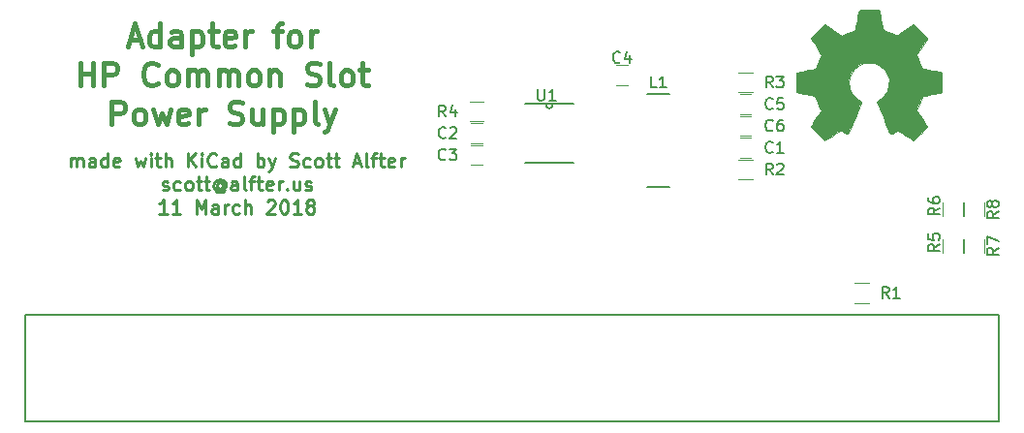
<source format=gto>
G04 #@! TF.FileFunction,Legend,Top*
%FSLAX46Y46*%
G04 Gerber Fmt 4.6, Leading zero omitted, Abs format (unit mm)*
G04 Created by KiCad (PCBNEW 4.0.7) date Sun Mar 11 17:31:30 2018*
%MOMM*%
%LPD*%
G01*
G04 APERTURE LIST*
%ADD10C,0.100000*%
%ADD11C,0.240000*%
%ADD12C,0.400000*%
%ADD13C,0.127000*%
%ADD14C,0.150000*%
%ADD15C,0.120000*%
%ADD16C,0.152400*%
%ADD17C,0.002540*%
G04 APERTURE END LIST*
D10*
D11*
X109974287Y-87402857D02*
X109974287Y-86602857D01*
X109974287Y-86717143D02*
X110031430Y-86660000D01*
X110145716Y-86602857D01*
X110317144Y-86602857D01*
X110431430Y-86660000D01*
X110488573Y-86774286D01*
X110488573Y-87402857D01*
X110488573Y-86774286D02*
X110545716Y-86660000D01*
X110660002Y-86602857D01*
X110831430Y-86602857D01*
X110945716Y-86660000D01*
X111002859Y-86774286D01*
X111002859Y-87402857D01*
X112088573Y-87402857D02*
X112088573Y-86774286D01*
X112031430Y-86660000D01*
X111917144Y-86602857D01*
X111688573Y-86602857D01*
X111574287Y-86660000D01*
X112088573Y-87345714D02*
X111974287Y-87402857D01*
X111688573Y-87402857D01*
X111574287Y-87345714D01*
X111517144Y-87231429D01*
X111517144Y-87117143D01*
X111574287Y-87002857D01*
X111688573Y-86945714D01*
X111974287Y-86945714D01*
X112088573Y-86888571D01*
X113174287Y-87402857D02*
X113174287Y-86202857D01*
X113174287Y-87345714D02*
X113060001Y-87402857D01*
X112831430Y-87402857D01*
X112717144Y-87345714D01*
X112660001Y-87288571D01*
X112602858Y-87174286D01*
X112602858Y-86831429D01*
X112660001Y-86717143D01*
X112717144Y-86660000D01*
X112831430Y-86602857D01*
X113060001Y-86602857D01*
X113174287Y-86660000D01*
X114202858Y-87345714D02*
X114088572Y-87402857D01*
X113860001Y-87402857D01*
X113745715Y-87345714D01*
X113688572Y-87231429D01*
X113688572Y-86774286D01*
X113745715Y-86660000D01*
X113860001Y-86602857D01*
X114088572Y-86602857D01*
X114202858Y-86660000D01*
X114260001Y-86774286D01*
X114260001Y-86888571D01*
X113688572Y-87002857D01*
X115574287Y-86602857D02*
X115802858Y-87402857D01*
X116031429Y-86831429D01*
X116260001Y-87402857D01*
X116488572Y-86602857D01*
X116945715Y-87402857D02*
X116945715Y-86602857D01*
X116945715Y-86202857D02*
X116888572Y-86260000D01*
X116945715Y-86317143D01*
X117002858Y-86260000D01*
X116945715Y-86202857D01*
X116945715Y-86317143D01*
X117345716Y-86602857D02*
X117802859Y-86602857D01*
X117517144Y-86202857D02*
X117517144Y-87231429D01*
X117574287Y-87345714D01*
X117688573Y-87402857D01*
X117802859Y-87402857D01*
X118202858Y-87402857D02*
X118202858Y-86202857D01*
X118717144Y-87402857D02*
X118717144Y-86774286D01*
X118660001Y-86660000D01*
X118545715Y-86602857D01*
X118374287Y-86602857D01*
X118260001Y-86660000D01*
X118202858Y-86717143D01*
X120202858Y-87402857D02*
X120202858Y-86202857D01*
X120888573Y-87402857D02*
X120374287Y-86717143D01*
X120888573Y-86202857D02*
X120202858Y-86888571D01*
X121402858Y-87402857D02*
X121402858Y-86602857D01*
X121402858Y-86202857D02*
X121345715Y-86260000D01*
X121402858Y-86317143D01*
X121460001Y-86260000D01*
X121402858Y-86202857D01*
X121402858Y-86317143D01*
X122660002Y-87288571D02*
X122602859Y-87345714D01*
X122431430Y-87402857D01*
X122317144Y-87402857D01*
X122145716Y-87345714D01*
X122031430Y-87231429D01*
X121974287Y-87117143D01*
X121917144Y-86888571D01*
X121917144Y-86717143D01*
X121974287Y-86488571D01*
X122031430Y-86374286D01*
X122145716Y-86260000D01*
X122317144Y-86202857D01*
X122431430Y-86202857D01*
X122602859Y-86260000D01*
X122660002Y-86317143D01*
X123688573Y-87402857D02*
X123688573Y-86774286D01*
X123631430Y-86660000D01*
X123517144Y-86602857D01*
X123288573Y-86602857D01*
X123174287Y-86660000D01*
X123688573Y-87345714D02*
X123574287Y-87402857D01*
X123288573Y-87402857D01*
X123174287Y-87345714D01*
X123117144Y-87231429D01*
X123117144Y-87117143D01*
X123174287Y-87002857D01*
X123288573Y-86945714D01*
X123574287Y-86945714D01*
X123688573Y-86888571D01*
X124774287Y-87402857D02*
X124774287Y-86202857D01*
X124774287Y-87345714D02*
X124660001Y-87402857D01*
X124431430Y-87402857D01*
X124317144Y-87345714D01*
X124260001Y-87288571D01*
X124202858Y-87174286D01*
X124202858Y-86831429D01*
X124260001Y-86717143D01*
X124317144Y-86660000D01*
X124431430Y-86602857D01*
X124660001Y-86602857D01*
X124774287Y-86660000D01*
X126260001Y-87402857D02*
X126260001Y-86202857D01*
X126260001Y-86660000D02*
X126374287Y-86602857D01*
X126602858Y-86602857D01*
X126717144Y-86660000D01*
X126774287Y-86717143D01*
X126831430Y-86831429D01*
X126831430Y-87174286D01*
X126774287Y-87288571D01*
X126717144Y-87345714D01*
X126602858Y-87402857D01*
X126374287Y-87402857D01*
X126260001Y-87345714D01*
X127231430Y-86602857D02*
X127517144Y-87402857D01*
X127802858Y-86602857D02*
X127517144Y-87402857D01*
X127402858Y-87688571D01*
X127345715Y-87745714D01*
X127231430Y-87802857D01*
X129117144Y-87345714D02*
X129288573Y-87402857D01*
X129574287Y-87402857D01*
X129688573Y-87345714D01*
X129745716Y-87288571D01*
X129802859Y-87174286D01*
X129802859Y-87060000D01*
X129745716Y-86945714D01*
X129688573Y-86888571D01*
X129574287Y-86831429D01*
X129345716Y-86774286D01*
X129231430Y-86717143D01*
X129174287Y-86660000D01*
X129117144Y-86545714D01*
X129117144Y-86431429D01*
X129174287Y-86317143D01*
X129231430Y-86260000D01*
X129345716Y-86202857D01*
X129631430Y-86202857D01*
X129802859Y-86260000D01*
X130831430Y-87345714D02*
X130717144Y-87402857D01*
X130488573Y-87402857D01*
X130374287Y-87345714D01*
X130317144Y-87288571D01*
X130260001Y-87174286D01*
X130260001Y-86831429D01*
X130317144Y-86717143D01*
X130374287Y-86660000D01*
X130488573Y-86602857D01*
X130717144Y-86602857D01*
X130831430Y-86660000D01*
X131517144Y-87402857D02*
X131402858Y-87345714D01*
X131345715Y-87288571D01*
X131288572Y-87174286D01*
X131288572Y-86831429D01*
X131345715Y-86717143D01*
X131402858Y-86660000D01*
X131517144Y-86602857D01*
X131688572Y-86602857D01*
X131802858Y-86660000D01*
X131860001Y-86717143D01*
X131917144Y-86831429D01*
X131917144Y-87174286D01*
X131860001Y-87288571D01*
X131802858Y-87345714D01*
X131688572Y-87402857D01*
X131517144Y-87402857D01*
X132260001Y-86602857D02*
X132717144Y-86602857D01*
X132431429Y-86202857D02*
X132431429Y-87231429D01*
X132488572Y-87345714D01*
X132602858Y-87402857D01*
X132717144Y-87402857D01*
X132945715Y-86602857D02*
X133402858Y-86602857D01*
X133117143Y-86202857D02*
X133117143Y-87231429D01*
X133174286Y-87345714D01*
X133288572Y-87402857D01*
X133402858Y-87402857D01*
X134660000Y-87060000D02*
X135231429Y-87060000D01*
X134545715Y-87402857D02*
X134945715Y-86202857D01*
X135345715Y-87402857D01*
X135917143Y-87402857D02*
X135802857Y-87345714D01*
X135745714Y-87231429D01*
X135745714Y-86202857D01*
X136202857Y-86602857D02*
X136660000Y-86602857D01*
X136374285Y-87402857D02*
X136374285Y-86374286D01*
X136431428Y-86260000D01*
X136545714Y-86202857D01*
X136660000Y-86202857D01*
X136888571Y-86602857D02*
X137345714Y-86602857D01*
X137059999Y-86202857D02*
X137059999Y-87231429D01*
X137117142Y-87345714D01*
X137231428Y-87402857D01*
X137345714Y-87402857D01*
X138202856Y-87345714D02*
X138088570Y-87402857D01*
X137859999Y-87402857D01*
X137745713Y-87345714D01*
X137688570Y-87231429D01*
X137688570Y-86774286D01*
X137745713Y-86660000D01*
X137859999Y-86602857D01*
X138088570Y-86602857D01*
X138202856Y-86660000D01*
X138259999Y-86774286D01*
X138259999Y-86888571D01*
X137688570Y-87002857D01*
X138774284Y-87402857D02*
X138774284Y-86602857D01*
X138774284Y-86831429D02*
X138831427Y-86717143D01*
X138888570Y-86660000D01*
X139002856Y-86602857D01*
X139117141Y-86602857D01*
X117945715Y-89385714D02*
X118060001Y-89442857D01*
X118288573Y-89442857D01*
X118402858Y-89385714D01*
X118460001Y-89271429D01*
X118460001Y-89214286D01*
X118402858Y-89100000D01*
X118288573Y-89042857D01*
X118117144Y-89042857D01*
X118002858Y-88985714D01*
X117945715Y-88871429D01*
X117945715Y-88814286D01*
X118002858Y-88700000D01*
X118117144Y-88642857D01*
X118288573Y-88642857D01*
X118402858Y-88700000D01*
X119488573Y-89385714D02*
X119374287Y-89442857D01*
X119145716Y-89442857D01*
X119031430Y-89385714D01*
X118974287Y-89328571D01*
X118917144Y-89214286D01*
X118917144Y-88871429D01*
X118974287Y-88757143D01*
X119031430Y-88700000D01*
X119145716Y-88642857D01*
X119374287Y-88642857D01*
X119488573Y-88700000D01*
X120174287Y-89442857D02*
X120060001Y-89385714D01*
X120002858Y-89328571D01*
X119945715Y-89214286D01*
X119945715Y-88871429D01*
X120002858Y-88757143D01*
X120060001Y-88700000D01*
X120174287Y-88642857D01*
X120345715Y-88642857D01*
X120460001Y-88700000D01*
X120517144Y-88757143D01*
X120574287Y-88871429D01*
X120574287Y-89214286D01*
X120517144Y-89328571D01*
X120460001Y-89385714D01*
X120345715Y-89442857D01*
X120174287Y-89442857D01*
X120917144Y-88642857D02*
X121374287Y-88642857D01*
X121088572Y-88242857D02*
X121088572Y-89271429D01*
X121145715Y-89385714D01*
X121260001Y-89442857D01*
X121374287Y-89442857D01*
X121602858Y-88642857D02*
X122060001Y-88642857D01*
X121774286Y-88242857D02*
X121774286Y-89271429D01*
X121831429Y-89385714D01*
X121945715Y-89442857D01*
X122060001Y-89442857D01*
X123202857Y-88871429D02*
X123145715Y-88814286D01*
X123031429Y-88757143D01*
X122917143Y-88757143D01*
X122802857Y-88814286D01*
X122745715Y-88871429D01*
X122688572Y-88985714D01*
X122688572Y-89100000D01*
X122745715Y-89214286D01*
X122802857Y-89271429D01*
X122917143Y-89328571D01*
X123031429Y-89328571D01*
X123145715Y-89271429D01*
X123202857Y-89214286D01*
X123202857Y-88757143D02*
X123202857Y-89214286D01*
X123260000Y-89271429D01*
X123317143Y-89271429D01*
X123431429Y-89214286D01*
X123488572Y-89100000D01*
X123488572Y-88814286D01*
X123374286Y-88642857D01*
X123202857Y-88528571D01*
X122974286Y-88471429D01*
X122745715Y-88528571D01*
X122574286Y-88642857D01*
X122460000Y-88814286D01*
X122402857Y-89042857D01*
X122460000Y-89271429D01*
X122574286Y-89442857D01*
X122745715Y-89557143D01*
X122974286Y-89614286D01*
X123202857Y-89557143D01*
X123374286Y-89442857D01*
X124517143Y-89442857D02*
X124517143Y-88814286D01*
X124460000Y-88700000D01*
X124345714Y-88642857D01*
X124117143Y-88642857D01*
X124002857Y-88700000D01*
X124517143Y-89385714D02*
X124402857Y-89442857D01*
X124117143Y-89442857D01*
X124002857Y-89385714D01*
X123945714Y-89271429D01*
X123945714Y-89157143D01*
X124002857Y-89042857D01*
X124117143Y-88985714D01*
X124402857Y-88985714D01*
X124517143Y-88928571D01*
X125260000Y-89442857D02*
X125145714Y-89385714D01*
X125088571Y-89271429D01*
X125088571Y-88242857D01*
X125545714Y-88642857D02*
X126002857Y-88642857D01*
X125717142Y-89442857D02*
X125717142Y-88414286D01*
X125774285Y-88300000D01*
X125888571Y-88242857D01*
X126002857Y-88242857D01*
X126231428Y-88642857D02*
X126688571Y-88642857D01*
X126402856Y-88242857D02*
X126402856Y-89271429D01*
X126459999Y-89385714D01*
X126574285Y-89442857D01*
X126688571Y-89442857D01*
X127545713Y-89385714D02*
X127431427Y-89442857D01*
X127202856Y-89442857D01*
X127088570Y-89385714D01*
X127031427Y-89271429D01*
X127031427Y-88814286D01*
X127088570Y-88700000D01*
X127202856Y-88642857D01*
X127431427Y-88642857D01*
X127545713Y-88700000D01*
X127602856Y-88814286D01*
X127602856Y-88928571D01*
X127031427Y-89042857D01*
X128117141Y-89442857D02*
X128117141Y-88642857D01*
X128117141Y-88871429D02*
X128174284Y-88757143D01*
X128231427Y-88700000D01*
X128345713Y-88642857D01*
X128459998Y-88642857D01*
X128859998Y-89328571D02*
X128917141Y-89385714D01*
X128859998Y-89442857D01*
X128802855Y-89385714D01*
X128859998Y-89328571D01*
X128859998Y-89442857D01*
X129945713Y-88642857D02*
X129945713Y-89442857D01*
X129431427Y-88642857D02*
X129431427Y-89271429D01*
X129488570Y-89385714D01*
X129602856Y-89442857D01*
X129774284Y-89442857D01*
X129888570Y-89385714D01*
X129945713Y-89328571D01*
X130459998Y-89385714D02*
X130574284Y-89442857D01*
X130802856Y-89442857D01*
X130917141Y-89385714D01*
X130974284Y-89271429D01*
X130974284Y-89214286D01*
X130917141Y-89100000D01*
X130802856Y-89042857D01*
X130631427Y-89042857D01*
X130517141Y-88985714D01*
X130459998Y-88871429D01*
X130459998Y-88814286D01*
X130517141Y-88700000D01*
X130631427Y-88642857D01*
X130802856Y-88642857D01*
X130917141Y-88700000D01*
X118374287Y-91482857D02*
X117688572Y-91482857D01*
X118031430Y-91482857D02*
X118031430Y-90282857D01*
X117917144Y-90454286D01*
X117802858Y-90568571D01*
X117688572Y-90625714D01*
X119517144Y-91482857D02*
X118831429Y-91482857D01*
X119174287Y-91482857D02*
X119174287Y-90282857D01*
X119060001Y-90454286D01*
X118945715Y-90568571D01*
X118831429Y-90625714D01*
X120945715Y-91482857D02*
X120945715Y-90282857D01*
X121345715Y-91140000D01*
X121745715Y-90282857D01*
X121745715Y-91482857D01*
X122831430Y-91482857D02*
X122831430Y-90854286D01*
X122774287Y-90740000D01*
X122660001Y-90682857D01*
X122431430Y-90682857D01*
X122317144Y-90740000D01*
X122831430Y-91425714D02*
X122717144Y-91482857D01*
X122431430Y-91482857D01*
X122317144Y-91425714D01*
X122260001Y-91311429D01*
X122260001Y-91197143D01*
X122317144Y-91082857D01*
X122431430Y-91025714D01*
X122717144Y-91025714D01*
X122831430Y-90968571D01*
X123402858Y-91482857D02*
X123402858Y-90682857D01*
X123402858Y-90911429D02*
X123460001Y-90797143D01*
X123517144Y-90740000D01*
X123631430Y-90682857D01*
X123745715Y-90682857D01*
X124660001Y-91425714D02*
X124545715Y-91482857D01*
X124317144Y-91482857D01*
X124202858Y-91425714D01*
X124145715Y-91368571D01*
X124088572Y-91254286D01*
X124088572Y-90911429D01*
X124145715Y-90797143D01*
X124202858Y-90740000D01*
X124317144Y-90682857D01*
X124545715Y-90682857D01*
X124660001Y-90740000D01*
X125174286Y-91482857D02*
X125174286Y-90282857D01*
X125688572Y-91482857D02*
X125688572Y-90854286D01*
X125631429Y-90740000D01*
X125517143Y-90682857D01*
X125345715Y-90682857D01*
X125231429Y-90740000D01*
X125174286Y-90797143D01*
X127117143Y-90397143D02*
X127174286Y-90340000D01*
X127288572Y-90282857D01*
X127574286Y-90282857D01*
X127688572Y-90340000D01*
X127745715Y-90397143D01*
X127802858Y-90511429D01*
X127802858Y-90625714D01*
X127745715Y-90797143D01*
X127060001Y-91482857D01*
X127802858Y-91482857D01*
X128545715Y-90282857D02*
X128660000Y-90282857D01*
X128774286Y-90340000D01*
X128831429Y-90397143D01*
X128888572Y-90511429D01*
X128945715Y-90740000D01*
X128945715Y-91025714D01*
X128888572Y-91254286D01*
X128831429Y-91368571D01*
X128774286Y-91425714D01*
X128660000Y-91482857D01*
X128545715Y-91482857D01*
X128431429Y-91425714D01*
X128374286Y-91368571D01*
X128317143Y-91254286D01*
X128260000Y-91025714D01*
X128260000Y-90740000D01*
X128317143Y-90511429D01*
X128374286Y-90397143D01*
X128431429Y-90340000D01*
X128545715Y-90282857D01*
X130088572Y-91482857D02*
X129402857Y-91482857D01*
X129745715Y-91482857D02*
X129745715Y-90282857D01*
X129631429Y-90454286D01*
X129517143Y-90568571D01*
X129402857Y-90625714D01*
X130774286Y-90797143D02*
X130660000Y-90740000D01*
X130602857Y-90682857D01*
X130545714Y-90568571D01*
X130545714Y-90511429D01*
X130602857Y-90397143D01*
X130660000Y-90340000D01*
X130774286Y-90282857D01*
X131002857Y-90282857D01*
X131117143Y-90340000D01*
X131174286Y-90397143D01*
X131231429Y-90511429D01*
X131231429Y-90568571D01*
X131174286Y-90682857D01*
X131117143Y-90740000D01*
X131002857Y-90797143D01*
X130774286Y-90797143D01*
X130660000Y-90854286D01*
X130602857Y-90911429D01*
X130545714Y-91025714D01*
X130545714Y-91254286D01*
X130602857Y-91368571D01*
X130660000Y-91425714D01*
X130774286Y-91482857D01*
X131002857Y-91482857D01*
X131117143Y-91425714D01*
X131174286Y-91368571D01*
X131231429Y-91254286D01*
X131231429Y-91025714D01*
X131174286Y-90911429D01*
X131117143Y-90854286D01*
X131002857Y-90797143D01*
D12*
X115094761Y-76308333D02*
X116047142Y-76308333D01*
X114904285Y-76879762D02*
X115570952Y-74879762D01*
X116237619Y-76879762D01*
X117761428Y-76879762D02*
X117761428Y-74879762D01*
X117761428Y-76784524D02*
X117570952Y-76879762D01*
X117190000Y-76879762D01*
X116999524Y-76784524D01*
X116904285Y-76689286D01*
X116809047Y-76498810D01*
X116809047Y-75927381D01*
X116904285Y-75736905D01*
X116999524Y-75641667D01*
X117190000Y-75546429D01*
X117570952Y-75546429D01*
X117761428Y-75641667D01*
X119570952Y-76879762D02*
X119570952Y-75832143D01*
X119475714Y-75641667D01*
X119285238Y-75546429D01*
X118904286Y-75546429D01*
X118713809Y-75641667D01*
X119570952Y-76784524D02*
X119380476Y-76879762D01*
X118904286Y-76879762D01*
X118713809Y-76784524D01*
X118618571Y-76594048D01*
X118618571Y-76403571D01*
X118713809Y-76213095D01*
X118904286Y-76117857D01*
X119380476Y-76117857D01*
X119570952Y-76022619D01*
X120523333Y-75546429D02*
X120523333Y-77546429D01*
X120523333Y-75641667D02*
X120713810Y-75546429D01*
X121094762Y-75546429D01*
X121285238Y-75641667D01*
X121380476Y-75736905D01*
X121475714Y-75927381D01*
X121475714Y-76498810D01*
X121380476Y-76689286D01*
X121285238Y-76784524D01*
X121094762Y-76879762D01*
X120713810Y-76879762D01*
X120523333Y-76784524D01*
X122047143Y-75546429D02*
X122809048Y-75546429D01*
X122332857Y-74879762D02*
X122332857Y-76594048D01*
X122428096Y-76784524D01*
X122618572Y-76879762D01*
X122809048Y-76879762D01*
X124237619Y-76784524D02*
X124047143Y-76879762D01*
X123666191Y-76879762D01*
X123475714Y-76784524D01*
X123380476Y-76594048D01*
X123380476Y-75832143D01*
X123475714Y-75641667D01*
X123666191Y-75546429D01*
X124047143Y-75546429D01*
X124237619Y-75641667D01*
X124332857Y-75832143D01*
X124332857Y-76022619D01*
X123380476Y-76213095D01*
X125190000Y-76879762D02*
X125190000Y-75546429D01*
X125190000Y-75927381D02*
X125285239Y-75736905D01*
X125380477Y-75641667D01*
X125570953Y-75546429D01*
X125761429Y-75546429D01*
X127666191Y-75546429D02*
X128428096Y-75546429D01*
X127951905Y-76879762D02*
X127951905Y-75165476D01*
X128047144Y-74975000D01*
X128237620Y-74879762D01*
X128428096Y-74879762D01*
X129380477Y-76879762D02*
X129190001Y-76784524D01*
X129094762Y-76689286D01*
X128999524Y-76498810D01*
X128999524Y-75927381D01*
X129094762Y-75736905D01*
X129190001Y-75641667D01*
X129380477Y-75546429D01*
X129666191Y-75546429D01*
X129856667Y-75641667D01*
X129951905Y-75736905D01*
X130047143Y-75927381D01*
X130047143Y-76498810D01*
X129951905Y-76689286D01*
X129856667Y-76784524D01*
X129666191Y-76879762D01*
X129380477Y-76879762D01*
X130904286Y-76879762D02*
X130904286Y-75546429D01*
X130904286Y-75927381D02*
X130999525Y-75736905D01*
X131094763Y-75641667D01*
X131285239Y-75546429D01*
X131475715Y-75546429D01*
X110761427Y-80279762D02*
X110761427Y-78279762D01*
X110761427Y-79232143D02*
X111904285Y-79232143D01*
X111904285Y-80279762D02*
X111904285Y-78279762D01*
X112856665Y-80279762D02*
X112856665Y-78279762D01*
X113618570Y-78279762D01*
X113809046Y-78375000D01*
X113904285Y-78470238D01*
X113999523Y-78660714D01*
X113999523Y-78946429D01*
X113904285Y-79136905D01*
X113809046Y-79232143D01*
X113618570Y-79327381D01*
X112856665Y-79327381D01*
X117523333Y-80089286D02*
X117428095Y-80184524D01*
X117142380Y-80279762D01*
X116951904Y-80279762D01*
X116666190Y-80184524D01*
X116475714Y-79994048D01*
X116380475Y-79803571D01*
X116285237Y-79422619D01*
X116285237Y-79136905D01*
X116380475Y-78755952D01*
X116475714Y-78565476D01*
X116666190Y-78375000D01*
X116951904Y-78279762D01*
X117142380Y-78279762D01*
X117428095Y-78375000D01*
X117523333Y-78470238D01*
X118666190Y-80279762D02*
X118475714Y-80184524D01*
X118380475Y-80089286D01*
X118285237Y-79898810D01*
X118285237Y-79327381D01*
X118380475Y-79136905D01*
X118475714Y-79041667D01*
X118666190Y-78946429D01*
X118951904Y-78946429D01*
X119142380Y-79041667D01*
X119237618Y-79136905D01*
X119332856Y-79327381D01*
X119332856Y-79898810D01*
X119237618Y-80089286D01*
X119142380Y-80184524D01*
X118951904Y-80279762D01*
X118666190Y-80279762D01*
X120189999Y-80279762D02*
X120189999Y-78946429D01*
X120189999Y-79136905D02*
X120285238Y-79041667D01*
X120475714Y-78946429D01*
X120761428Y-78946429D01*
X120951904Y-79041667D01*
X121047142Y-79232143D01*
X121047142Y-80279762D01*
X121047142Y-79232143D02*
X121142380Y-79041667D01*
X121332857Y-78946429D01*
X121618571Y-78946429D01*
X121809047Y-79041667D01*
X121904285Y-79232143D01*
X121904285Y-80279762D01*
X122856666Y-80279762D02*
X122856666Y-78946429D01*
X122856666Y-79136905D02*
X122951905Y-79041667D01*
X123142381Y-78946429D01*
X123428095Y-78946429D01*
X123618571Y-79041667D01*
X123713809Y-79232143D01*
X123713809Y-80279762D01*
X123713809Y-79232143D02*
X123809047Y-79041667D01*
X123999524Y-78946429D01*
X124285238Y-78946429D01*
X124475714Y-79041667D01*
X124570952Y-79232143D01*
X124570952Y-80279762D01*
X125809048Y-80279762D02*
X125618572Y-80184524D01*
X125523333Y-80089286D01*
X125428095Y-79898810D01*
X125428095Y-79327381D01*
X125523333Y-79136905D01*
X125618572Y-79041667D01*
X125809048Y-78946429D01*
X126094762Y-78946429D01*
X126285238Y-79041667D01*
X126380476Y-79136905D01*
X126475714Y-79327381D01*
X126475714Y-79898810D01*
X126380476Y-80089286D01*
X126285238Y-80184524D01*
X126094762Y-80279762D01*
X125809048Y-80279762D01*
X127332857Y-78946429D02*
X127332857Y-80279762D01*
X127332857Y-79136905D02*
X127428096Y-79041667D01*
X127618572Y-78946429D01*
X127904286Y-78946429D01*
X128094762Y-79041667D01*
X128190000Y-79232143D01*
X128190000Y-80279762D01*
X130570953Y-80184524D02*
X130856668Y-80279762D01*
X131332858Y-80279762D01*
X131523334Y-80184524D01*
X131618572Y-80089286D01*
X131713811Y-79898810D01*
X131713811Y-79708333D01*
X131618572Y-79517857D01*
X131523334Y-79422619D01*
X131332858Y-79327381D01*
X130951906Y-79232143D01*
X130761430Y-79136905D01*
X130666191Y-79041667D01*
X130570953Y-78851190D01*
X130570953Y-78660714D01*
X130666191Y-78470238D01*
X130761430Y-78375000D01*
X130951906Y-78279762D01*
X131428096Y-78279762D01*
X131713811Y-78375000D01*
X132856668Y-80279762D02*
X132666192Y-80184524D01*
X132570953Y-79994048D01*
X132570953Y-78279762D01*
X133904287Y-80279762D02*
X133713811Y-80184524D01*
X133618572Y-80089286D01*
X133523334Y-79898810D01*
X133523334Y-79327381D01*
X133618572Y-79136905D01*
X133713811Y-79041667D01*
X133904287Y-78946429D01*
X134190001Y-78946429D01*
X134380477Y-79041667D01*
X134475715Y-79136905D01*
X134570953Y-79327381D01*
X134570953Y-79898810D01*
X134475715Y-80089286D01*
X134380477Y-80184524D01*
X134190001Y-80279762D01*
X133904287Y-80279762D01*
X135142382Y-78946429D02*
X135904287Y-78946429D01*
X135428096Y-78279762D02*
X135428096Y-79994048D01*
X135523335Y-80184524D01*
X135713811Y-80279762D01*
X135904287Y-80279762D01*
X113523332Y-83679762D02*
X113523332Y-81679762D01*
X114285237Y-81679762D01*
X114475713Y-81775000D01*
X114570952Y-81870238D01*
X114666190Y-82060714D01*
X114666190Y-82346429D01*
X114570952Y-82536905D01*
X114475713Y-82632143D01*
X114285237Y-82727381D01*
X113523332Y-82727381D01*
X115809047Y-83679762D02*
X115618571Y-83584524D01*
X115523332Y-83489286D01*
X115428094Y-83298810D01*
X115428094Y-82727381D01*
X115523332Y-82536905D01*
X115618571Y-82441667D01*
X115809047Y-82346429D01*
X116094761Y-82346429D01*
X116285237Y-82441667D01*
X116380475Y-82536905D01*
X116475713Y-82727381D01*
X116475713Y-83298810D01*
X116380475Y-83489286D01*
X116285237Y-83584524D01*
X116094761Y-83679762D01*
X115809047Y-83679762D01*
X117142380Y-82346429D02*
X117523333Y-83679762D01*
X117904285Y-82727381D01*
X118285237Y-83679762D01*
X118666190Y-82346429D01*
X120189999Y-83584524D02*
X119999523Y-83679762D01*
X119618571Y-83679762D01*
X119428094Y-83584524D01*
X119332856Y-83394048D01*
X119332856Y-82632143D01*
X119428094Y-82441667D01*
X119618571Y-82346429D01*
X119999523Y-82346429D01*
X120189999Y-82441667D01*
X120285237Y-82632143D01*
X120285237Y-82822619D01*
X119332856Y-83013095D01*
X121142380Y-83679762D02*
X121142380Y-82346429D01*
X121142380Y-82727381D02*
X121237619Y-82536905D01*
X121332857Y-82441667D01*
X121523333Y-82346429D01*
X121713809Y-82346429D01*
X123809047Y-83584524D02*
X124094762Y-83679762D01*
X124570952Y-83679762D01*
X124761428Y-83584524D01*
X124856666Y-83489286D01*
X124951905Y-83298810D01*
X124951905Y-83108333D01*
X124856666Y-82917857D01*
X124761428Y-82822619D01*
X124570952Y-82727381D01*
X124190000Y-82632143D01*
X123999524Y-82536905D01*
X123904285Y-82441667D01*
X123809047Y-82251190D01*
X123809047Y-82060714D01*
X123904285Y-81870238D01*
X123999524Y-81775000D01*
X124190000Y-81679762D01*
X124666190Y-81679762D01*
X124951905Y-81775000D01*
X126666190Y-82346429D02*
X126666190Y-83679762D01*
X125809047Y-82346429D02*
X125809047Y-83394048D01*
X125904286Y-83584524D01*
X126094762Y-83679762D01*
X126380476Y-83679762D01*
X126570952Y-83584524D01*
X126666190Y-83489286D01*
X127618571Y-82346429D02*
X127618571Y-84346429D01*
X127618571Y-82441667D02*
X127809048Y-82346429D01*
X128190000Y-82346429D01*
X128380476Y-82441667D01*
X128475714Y-82536905D01*
X128570952Y-82727381D01*
X128570952Y-83298810D01*
X128475714Y-83489286D01*
X128380476Y-83584524D01*
X128190000Y-83679762D01*
X127809048Y-83679762D01*
X127618571Y-83584524D01*
X129428095Y-82346429D02*
X129428095Y-84346429D01*
X129428095Y-82441667D02*
X129618572Y-82346429D01*
X129999524Y-82346429D01*
X130190000Y-82441667D01*
X130285238Y-82536905D01*
X130380476Y-82727381D01*
X130380476Y-83298810D01*
X130285238Y-83489286D01*
X130190000Y-83584524D01*
X129999524Y-83679762D01*
X129618572Y-83679762D01*
X129428095Y-83584524D01*
X131523334Y-83679762D02*
X131332858Y-83584524D01*
X131237619Y-83394048D01*
X131237619Y-81679762D01*
X132094762Y-82346429D02*
X132570953Y-83679762D01*
X133047143Y-82346429D02*
X132570953Y-83679762D01*
X132380477Y-84155952D01*
X132285238Y-84251190D01*
X132094762Y-84346429D01*
D13*
X105956100Y-100328600D02*
X191046100Y-100328600D01*
D14*
X191046100Y-100328600D02*
X191046100Y-109678600D01*
D13*
X191046100Y-109678600D02*
X105956100Y-109678600D01*
X105956100Y-100328600D02*
X105956100Y-109678600D01*
X191046100Y-101978600D02*
X191046100Y-108028600D01*
D15*
X168410000Y-86575000D02*
X169410000Y-86575000D01*
X169410000Y-84875000D02*
X168410000Y-84875000D01*
X144915000Y-85305000D02*
X145915000Y-85305000D01*
X145915000Y-83605000D02*
X144915000Y-83605000D01*
X144915000Y-87210000D02*
X145915000Y-87210000D01*
X145915000Y-85510000D02*
X144915000Y-85510000D01*
X158615000Y-78525000D02*
X157615000Y-78525000D01*
X157615000Y-80225000D02*
X158615000Y-80225000D01*
X168410000Y-82765000D02*
X169410000Y-82765000D01*
X169410000Y-81065000D02*
X168410000Y-81065000D01*
X168410000Y-84670000D02*
X169410000Y-84670000D01*
X169410000Y-82970000D02*
X168410000Y-82970000D01*
X168310000Y-86750000D02*
X169510000Y-86750000D01*
X169510000Y-88510000D02*
X168310000Y-88510000D01*
X169510000Y-80890000D02*
X168310000Y-80890000D01*
X168310000Y-79130000D02*
X169510000Y-79130000D01*
X146015000Y-83430000D02*
X144815000Y-83430000D01*
X144815000Y-81670000D02*
X146015000Y-81670000D01*
X186127500Y-94897500D02*
X186127500Y-93697500D01*
X187887500Y-93697500D02*
X187887500Y-94897500D01*
X186127500Y-91722500D02*
X186127500Y-90522500D01*
X187887500Y-90522500D02*
X187887500Y-91722500D01*
X188032500Y-94897500D02*
X188032500Y-93697500D01*
X189792500Y-93697500D02*
X189792500Y-94897500D01*
X188032500Y-91722500D02*
X188032500Y-90522500D01*
X189792500Y-90522500D02*
X189792500Y-91722500D01*
D16*
X151460200Y-81965800D02*
G75*
G03X152069800Y-81965800I304800J0D01*
G01*
X149644100Y-87071200D02*
X153885900Y-87071200D01*
X153885900Y-81838800D02*
X149644100Y-81838800D01*
D15*
X178470000Y-97545000D02*
X179670000Y-97545000D01*
X179670000Y-99305000D02*
X178470000Y-99305000D01*
D16*
X160320019Y-89115900D02*
X162259981Y-89115900D01*
X162259981Y-81064100D02*
X160320019Y-81064100D01*
D17*
G36*
X175854360Y-85079840D02*
X175922940Y-85044280D01*
X176070260Y-84950300D01*
X176283620Y-84813140D01*
X176532540Y-84642960D01*
X176784000Y-84472780D01*
X176992280Y-84335620D01*
X177137060Y-84241640D01*
X177198020Y-84208620D01*
X177228500Y-84221320D01*
X177350420Y-84279740D01*
X177523140Y-84368640D01*
X177622200Y-84419440D01*
X177782220Y-84490560D01*
X177860960Y-84503260D01*
X177873660Y-84480400D01*
X177932080Y-84358480D01*
X178023520Y-84152740D01*
X178145440Y-83875880D01*
X178282600Y-83553300D01*
X178429920Y-83205320D01*
X178577240Y-82852260D01*
X178716940Y-82514440D01*
X178841400Y-82209640D01*
X178940460Y-81963260D01*
X179006500Y-81790540D01*
X179029360Y-81716880D01*
X179021740Y-81701640D01*
X178943000Y-81622900D01*
X178803300Y-81518760D01*
X178503580Y-81274920D01*
X178206400Y-80906620D01*
X178026060Y-80484980D01*
X177967640Y-80017620D01*
X178018440Y-79583280D01*
X178188620Y-79166720D01*
X178478180Y-78793340D01*
X178831240Y-78513940D01*
X179242720Y-78338680D01*
X179705000Y-78282800D01*
X180146960Y-78331060D01*
X180573680Y-78498700D01*
X180947060Y-78783180D01*
X181104540Y-78966060D01*
X181322980Y-79347060D01*
X181447440Y-79753460D01*
X181460140Y-79857600D01*
X181442360Y-80302100D01*
X181310280Y-80728820D01*
X181074060Y-81112360D01*
X180748940Y-81424780D01*
X180708300Y-81455260D01*
X180555900Y-81567020D01*
X180454300Y-81645760D01*
X180375560Y-81711800D01*
X180941980Y-83078320D01*
X181033420Y-83296760D01*
X181188360Y-83670140D01*
X181325520Y-83990180D01*
X181434740Y-84246720D01*
X181510940Y-84419440D01*
X181543960Y-84488020D01*
X181549040Y-84490560D01*
X181597300Y-84500720D01*
X181703980Y-84462620D01*
X181891940Y-84368640D01*
X182018940Y-84305140D01*
X182163720Y-84234020D01*
X182229760Y-84208620D01*
X182285640Y-84239100D01*
X182425340Y-84330540D01*
X182628540Y-84465160D01*
X182872380Y-84630260D01*
X183103520Y-84790280D01*
X183319420Y-84929980D01*
X183476900Y-85031580D01*
X183550560Y-85072220D01*
X183563260Y-85072220D01*
X183631840Y-85034120D01*
X183753760Y-84929980D01*
X183939180Y-84754720D01*
X184203340Y-84495640D01*
X184243980Y-84455000D01*
X184459880Y-84234020D01*
X184635140Y-84051140D01*
X184754520Y-83919060D01*
X184795160Y-83858100D01*
X184795160Y-83858100D01*
X184757060Y-83784440D01*
X184658000Y-83629500D01*
X184515760Y-83411060D01*
X184343040Y-83157060D01*
X183890920Y-82499200D01*
X184139840Y-81879440D01*
X184216040Y-81688940D01*
X184312560Y-81457800D01*
X184386220Y-81295240D01*
X184421780Y-81221580D01*
X184490360Y-81198720D01*
X184660540Y-81158080D01*
X184904380Y-81107280D01*
X185199020Y-81051400D01*
X185478420Y-81000600D01*
X185732420Y-80952340D01*
X185915300Y-80916780D01*
X185996580Y-80901540D01*
X186016900Y-80888840D01*
X186032140Y-80848200D01*
X186044840Y-80764380D01*
X186049920Y-80609440D01*
X186052460Y-80368140D01*
X186052460Y-80017620D01*
X186052460Y-79979520D01*
X186049920Y-79644240D01*
X186044840Y-79380080D01*
X186034680Y-79204820D01*
X186024520Y-79136240D01*
X186021980Y-79136240D01*
X185943240Y-79115920D01*
X185765440Y-79077820D01*
X185511440Y-79029560D01*
X185211720Y-78971140D01*
X185191400Y-78968600D01*
X184891680Y-78910180D01*
X184640220Y-78856840D01*
X184464960Y-78816200D01*
X184388760Y-78793340D01*
X184373520Y-78773020D01*
X184312560Y-78656180D01*
X184228740Y-78468220D01*
X184127140Y-78242160D01*
X184030620Y-78005940D01*
X183944260Y-77795120D01*
X183888380Y-77635100D01*
X183870600Y-77563980D01*
X183870600Y-77561440D01*
X183916320Y-77490320D01*
X184020460Y-77335380D01*
X184167780Y-77119480D01*
X184340500Y-76862940D01*
X184355740Y-76842620D01*
X184528460Y-76588620D01*
X184668160Y-76375260D01*
X184762140Y-76222860D01*
X184795160Y-76154280D01*
X184795160Y-76149200D01*
X184739280Y-76073000D01*
X184609740Y-75928220D01*
X184424320Y-75735180D01*
X184200800Y-75511660D01*
X184129680Y-75440540D01*
X183883300Y-75201780D01*
X183713120Y-75041760D01*
X183606440Y-74957940D01*
X183555640Y-74940160D01*
X183553100Y-74942700D01*
X183476900Y-74988420D01*
X183316880Y-75092560D01*
X183098440Y-75239880D01*
X182841900Y-75415140D01*
X182821580Y-75427840D01*
X182570120Y-75598020D01*
X182356760Y-75742800D01*
X182206900Y-75841860D01*
X182140860Y-75882500D01*
X182130700Y-75882500D01*
X182026560Y-75852020D01*
X181846220Y-75788520D01*
X181625240Y-75702160D01*
X181389020Y-75608180D01*
X181175660Y-75516740D01*
X181015640Y-75443080D01*
X180939440Y-75402440D01*
X180939440Y-75397360D01*
X180911500Y-75305920D01*
X180868320Y-75117960D01*
X180814980Y-74856340D01*
X180754020Y-74543920D01*
X180746400Y-74495660D01*
X180687980Y-74190860D01*
X180639720Y-73941940D01*
X180604160Y-73769220D01*
X180586380Y-73698100D01*
X180543200Y-73687940D01*
X180395880Y-73677780D01*
X180169820Y-73672700D01*
X179898040Y-73667620D01*
X179608480Y-73670160D01*
X179329080Y-73677780D01*
X179087780Y-73685400D01*
X178917600Y-73698100D01*
X178846480Y-73710800D01*
X178843940Y-73715880D01*
X178816000Y-73809860D01*
X178775360Y-74000360D01*
X178722020Y-74261980D01*
X178661060Y-74574400D01*
X178650900Y-74630280D01*
X178595020Y-74930000D01*
X178544220Y-75178920D01*
X178506120Y-75349100D01*
X178488340Y-75415140D01*
X178460400Y-75430380D01*
X178335940Y-75483720D01*
X178132740Y-75567540D01*
X177883820Y-75669140D01*
X177302160Y-75905360D01*
X176588420Y-75415140D01*
X176524920Y-75371960D01*
X176268380Y-75196700D01*
X176057560Y-75057000D01*
X175910240Y-74963020D01*
X175849280Y-74927460D01*
X175844200Y-74930000D01*
X175773080Y-74993500D01*
X175633380Y-75125580D01*
X175440340Y-75313540D01*
X175214280Y-75537060D01*
X175049180Y-75702160D01*
X174853600Y-75902820D01*
X174729140Y-76037440D01*
X174660560Y-76123800D01*
X174635160Y-76174600D01*
X174642780Y-76210160D01*
X174688500Y-76283820D01*
X174792640Y-76438760D01*
X174939960Y-76657200D01*
X175112680Y-76908660D01*
X175254920Y-77119480D01*
X175409860Y-77358240D01*
X175511460Y-77528420D01*
X175547020Y-77612240D01*
X175536860Y-77647800D01*
X175488600Y-77787500D01*
X175402240Y-77998320D01*
X175295560Y-78249780D01*
X175049180Y-78813660D01*
X174678340Y-78884780D01*
X174454820Y-78925420D01*
X174139860Y-78986380D01*
X173840140Y-79044800D01*
X173372780Y-79136240D01*
X173355000Y-80858360D01*
X173428660Y-80888840D01*
X173497240Y-80906620D01*
X173669960Y-80944720D01*
X173918880Y-80995520D01*
X174210980Y-81048860D01*
X174459900Y-81097120D01*
X174711360Y-81142840D01*
X174891700Y-81178400D01*
X174970440Y-81196180D01*
X174990760Y-81221580D01*
X175054260Y-81343500D01*
X175143160Y-81536540D01*
X175242220Y-81770220D01*
X175343820Y-82011520D01*
X175430180Y-82232500D01*
X175493680Y-82402680D01*
X175516540Y-82489040D01*
X175480980Y-82555080D01*
X175387000Y-82702400D01*
X175247300Y-82913220D01*
X175077120Y-83162140D01*
X174906940Y-83411060D01*
X174764700Y-83624420D01*
X174663100Y-83779360D01*
X174622460Y-83847940D01*
X174642780Y-83896200D01*
X174741840Y-84015580D01*
X174929800Y-84211160D01*
X175209200Y-84488020D01*
X175254920Y-84533740D01*
X175478440Y-84747100D01*
X175666400Y-84919820D01*
X175798480Y-85036660D01*
X175854360Y-85079840D01*
X175854360Y-85079840D01*
G37*
X175854360Y-85079840D02*
X175922940Y-85044280D01*
X176070260Y-84950300D01*
X176283620Y-84813140D01*
X176532540Y-84642960D01*
X176784000Y-84472780D01*
X176992280Y-84335620D01*
X177137060Y-84241640D01*
X177198020Y-84208620D01*
X177228500Y-84221320D01*
X177350420Y-84279740D01*
X177523140Y-84368640D01*
X177622200Y-84419440D01*
X177782220Y-84490560D01*
X177860960Y-84503260D01*
X177873660Y-84480400D01*
X177932080Y-84358480D01*
X178023520Y-84152740D01*
X178145440Y-83875880D01*
X178282600Y-83553300D01*
X178429920Y-83205320D01*
X178577240Y-82852260D01*
X178716940Y-82514440D01*
X178841400Y-82209640D01*
X178940460Y-81963260D01*
X179006500Y-81790540D01*
X179029360Y-81716880D01*
X179021740Y-81701640D01*
X178943000Y-81622900D01*
X178803300Y-81518760D01*
X178503580Y-81274920D01*
X178206400Y-80906620D01*
X178026060Y-80484980D01*
X177967640Y-80017620D01*
X178018440Y-79583280D01*
X178188620Y-79166720D01*
X178478180Y-78793340D01*
X178831240Y-78513940D01*
X179242720Y-78338680D01*
X179705000Y-78282800D01*
X180146960Y-78331060D01*
X180573680Y-78498700D01*
X180947060Y-78783180D01*
X181104540Y-78966060D01*
X181322980Y-79347060D01*
X181447440Y-79753460D01*
X181460140Y-79857600D01*
X181442360Y-80302100D01*
X181310280Y-80728820D01*
X181074060Y-81112360D01*
X180748940Y-81424780D01*
X180708300Y-81455260D01*
X180555900Y-81567020D01*
X180454300Y-81645760D01*
X180375560Y-81711800D01*
X180941980Y-83078320D01*
X181033420Y-83296760D01*
X181188360Y-83670140D01*
X181325520Y-83990180D01*
X181434740Y-84246720D01*
X181510940Y-84419440D01*
X181543960Y-84488020D01*
X181549040Y-84490560D01*
X181597300Y-84500720D01*
X181703980Y-84462620D01*
X181891940Y-84368640D01*
X182018940Y-84305140D01*
X182163720Y-84234020D01*
X182229760Y-84208620D01*
X182285640Y-84239100D01*
X182425340Y-84330540D01*
X182628540Y-84465160D01*
X182872380Y-84630260D01*
X183103520Y-84790280D01*
X183319420Y-84929980D01*
X183476900Y-85031580D01*
X183550560Y-85072220D01*
X183563260Y-85072220D01*
X183631840Y-85034120D01*
X183753760Y-84929980D01*
X183939180Y-84754720D01*
X184203340Y-84495640D01*
X184243980Y-84455000D01*
X184459880Y-84234020D01*
X184635140Y-84051140D01*
X184754520Y-83919060D01*
X184795160Y-83858100D01*
X184795160Y-83858100D01*
X184757060Y-83784440D01*
X184658000Y-83629500D01*
X184515760Y-83411060D01*
X184343040Y-83157060D01*
X183890920Y-82499200D01*
X184139840Y-81879440D01*
X184216040Y-81688940D01*
X184312560Y-81457800D01*
X184386220Y-81295240D01*
X184421780Y-81221580D01*
X184490360Y-81198720D01*
X184660540Y-81158080D01*
X184904380Y-81107280D01*
X185199020Y-81051400D01*
X185478420Y-81000600D01*
X185732420Y-80952340D01*
X185915300Y-80916780D01*
X185996580Y-80901540D01*
X186016900Y-80888840D01*
X186032140Y-80848200D01*
X186044840Y-80764380D01*
X186049920Y-80609440D01*
X186052460Y-80368140D01*
X186052460Y-80017620D01*
X186052460Y-79979520D01*
X186049920Y-79644240D01*
X186044840Y-79380080D01*
X186034680Y-79204820D01*
X186024520Y-79136240D01*
X186021980Y-79136240D01*
X185943240Y-79115920D01*
X185765440Y-79077820D01*
X185511440Y-79029560D01*
X185211720Y-78971140D01*
X185191400Y-78968600D01*
X184891680Y-78910180D01*
X184640220Y-78856840D01*
X184464960Y-78816200D01*
X184388760Y-78793340D01*
X184373520Y-78773020D01*
X184312560Y-78656180D01*
X184228740Y-78468220D01*
X184127140Y-78242160D01*
X184030620Y-78005940D01*
X183944260Y-77795120D01*
X183888380Y-77635100D01*
X183870600Y-77563980D01*
X183870600Y-77561440D01*
X183916320Y-77490320D01*
X184020460Y-77335380D01*
X184167780Y-77119480D01*
X184340500Y-76862940D01*
X184355740Y-76842620D01*
X184528460Y-76588620D01*
X184668160Y-76375260D01*
X184762140Y-76222860D01*
X184795160Y-76154280D01*
X184795160Y-76149200D01*
X184739280Y-76073000D01*
X184609740Y-75928220D01*
X184424320Y-75735180D01*
X184200800Y-75511660D01*
X184129680Y-75440540D01*
X183883300Y-75201780D01*
X183713120Y-75041760D01*
X183606440Y-74957940D01*
X183555640Y-74940160D01*
X183553100Y-74942700D01*
X183476900Y-74988420D01*
X183316880Y-75092560D01*
X183098440Y-75239880D01*
X182841900Y-75415140D01*
X182821580Y-75427840D01*
X182570120Y-75598020D01*
X182356760Y-75742800D01*
X182206900Y-75841860D01*
X182140860Y-75882500D01*
X182130700Y-75882500D01*
X182026560Y-75852020D01*
X181846220Y-75788520D01*
X181625240Y-75702160D01*
X181389020Y-75608180D01*
X181175660Y-75516740D01*
X181015640Y-75443080D01*
X180939440Y-75402440D01*
X180939440Y-75397360D01*
X180911500Y-75305920D01*
X180868320Y-75117960D01*
X180814980Y-74856340D01*
X180754020Y-74543920D01*
X180746400Y-74495660D01*
X180687980Y-74190860D01*
X180639720Y-73941940D01*
X180604160Y-73769220D01*
X180586380Y-73698100D01*
X180543200Y-73687940D01*
X180395880Y-73677780D01*
X180169820Y-73672700D01*
X179898040Y-73667620D01*
X179608480Y-73670160D01*
X179329080Y-73677780D01*
X179087780Y-73685400D01*
X178917600Y-73698100D01*
X178846480Y-73710800D01*
X178843940Y-73715880D01*
X178816000Y-73809860D01*
X178775360Y-74000360D01*
X178722020Y-74261980D01*
X178661060Y-74574400D01*
X178650900Y-74630280D01*
X178595020Y-74930000D01*
X178544220Y-75178920D01*
X178506120Y-75349100D01*
X178488340Y-75415140D01*
X178460400Y-75430380D01*
X178335940Y-75483720D01*
X178132740Y-75567540D01*
X177883820Y-75669140D01*
X177302160Y-75905360D01*
X176588420Y-75415140D01*
X176524920Y-75371960D01*
X176268380Y-75196700D01*
X176057560Y-75057000D01*
X175910240Y-74963020D01*
X175849280Y-74927460D01*
X175844200Y-74930000D01*
X175773080Y-74993500D01*
X175633380Y-75125580D01*
X175440340Y-75313540D01*
X175214280Y-75537060D01*
X175049180Y-75702160D01*
X174853600Y-75902820D01*
X174729140Y-76037440D01*
X174660560Y-76123800D01*
X174635160Y-76174600D01*
X174642780Y-76210160D01*
X174688500Y-76283820D01*
X174792640Y-76438760D01*
X174939960Y-76657200D01*
X175112680Y-76908660D01*
X175254920Y-77119480D01*
X175409860Y-77358240D01*
X175511460Y-77528420D01*
X175547020Y-77612240D01*
X175536860Y-77647800D01*
X175488600Y-77787500D01*
X175402240Y-77998320D01*
X175295560Y-78249780D01*
X175049180Y-78813660D01*
X174678340Y-78884780D01*
X174454820Y-78925420D01*
X174139860Y-78986380D01*
X173840140Y-79044800D01*
X173372780Y-79136240D01*
X173355000Y-80858360D01*
X173428660Y-80888840D01*
X173497240Y-80906620D01*
X173669960Y-80944720D01*
X173918880Y-80995520D01*
X174210980Y-81048860D01*
X174459900Y-81097120D01*
X174711360Y-81142840D01*
X174891700Y-81178400D01*
X174970440Y-81196180D01*
X174990760Y-81221580D01*
X175054260Y-81343500D01*
X175143160Y-81536540D01*
X175242220Y-81770220D01*
X175343820Y-82011520D01*
X175430180Y-82232500D01*
X175493680Y-82402680D01*
X175516540Y-82489040D01*
X175480980Y-82555080D01*
X175387000Y-82702400D01*
X175247300Y-82913220D01*
X175077120Y-83162140D01*
X174906940Y-83411060D01*
X174764700Y-83624420D01*
X174663100Y-83779360D01*
X174622460Y-83847940D01*
X174642780Y-83896200D01*
X174741840Y-84015580D01*
X174929800Y-84211160D01*
X175209200Y-84488020D01*
X175254920Y-84533740D01*
X175478440Y-84747100D01*
X175666400Y-84919820D01*
X175798480Y-85036660D01*
X175854360Y-85079840D01*
D14*
X171283334Y-86082143D02*
X171235715Y-86129762D01*
X171092858Y-86177381D01*
X170997620Y-86177381D01*
X170854762Y-86129762D01*
X170759524Y-86034524D01*
X170711905Y-85939286D01*
X170664286Y-85748810D01*
X170664286Y-85605952D01*
X170711905Y-85415476D01*
X170759524Y-85320238D01*
X170854762Y-85225000D01*
X170997620Y-85177381D01*
X171092858Y-85177381D01*
X171235715Y-85225000D01*
X171283334Y-85272619D01*
X172235715Y-86177381D02*
X171664286Y-86177381D01*
X171950000Y-86177381D02*
X171950000Y-85177381D01*
X171854762Y-85320238D01*
X171759524Y-85415476D01*
X171664286Y-85463095D01*
X142708334Y-84812143D02*
X142660715Y-84859762D01*
X142517858Y-84907381D01*
X142422620Y-84907381D01*
X142279762Y-84859762D01*
X142184524Y-84764524D01*
X142136905Y-84669286D01*
X142089286Y-84478810D01*
X142089286Y-84335952D01*
X142136905Y-84145476D01*
X142184524Y-84050238D01*
X142279762Y-83955000D01*
X142422620Y-83907381D01*
X142517858Y-83907381D01*
X142660715Y-83955000D01*
X142708334Y-84002619D01*
X143089286Y-84002619D02*
X143136905Y-83955000D01*
X143232143Y-83907381D01*
X143470239Y-83907381D01*
X143565477Y-83955000D01*
X143613096Y-84002619D01*
X143660715Y-84097857D01*
X143660715Y-84193095D01*
X143613096Y-84335952D01*
X143041667Y-84907381D01*
X143660715Y-84907381D01*
X142708334Y-86717143D02*
X142660715Y-86764762D01*
X142517858Y-86812381D01*
X142422620Y-86812381D01*
X142279762Y-86764762D01*
X142184524Y-86669524D01*
X142136905Y-86574286D01*
X142089286Y-86383810D01*
X142089286Y-86240952D01*
X142136905Y-86050476D01*
X142184524Y-85955238D01*
X142279762Y-85860000D01*
X142422620Y-85812381D01*
X142517858Y-85812381D01*
X142660715Y-85860000D01*
X142708334Y-85907619D01*
X143041667Y-85812381D02*
X143660715Y-85812381D01*
X143327381Y-86193333D01*
X143470239Y-86193333D01*
X143565477Y-86240952D01*
X143613096Y-86288571D01*
X143660715Y-86383810D01*
X143660715Y-86621905D01*
X143613096Y-86717143D01*
X143565477Y-86764762D01*
X143470239Y-86812381D01*
X143184524Y-86812381D01*
X143089286Y-86764762D01*
X143041667Y-86717143D01*
X157948334Y-78232143D02*
X157900715Y-78279762D01*
X157757858Y-78327381D01*
X157662620Y-78327381D01*
X157519762Y-78279762D01*
X157424524Y-78184524D01*
X157376905Y-78089286D01*
X157329286Y-77898810D01*
X157329286Y-77755952D01*
X157376905Y-77565476D01*
X157424524Y-77470238D01*
X157519762Y-77375000D01*
X157662620Y-77327381D01*
X157757858Y-77327381D01*
X157900715Y-77375000D01*
X157948334Y-77422619D01*
X158805477Y-77660714D02*
X158805477Y-78327381D01*
X158567381Y-77279762D02*
X158329286Y-77994048D01*
X158948334Y-77994048D01*
X171283334Y-82272143D02*
X171235715Y-82319762D01*
X171092858Y-82367381D01*
X170997620Y-82367381D01*
X170854762Y-82319762D01*
X170759524Y-82224524D01*
X170711905Y-82129286D01*
X170664286Y-81938810D01*
X170664286Y-81795952D01*
X170711905Y-81605476D01*
X170759524Y-81510238D01*
X170854762Y-81415000D01*
X170997620Y-81367381D01*
X171092858Y-81367381D01*
X171235715Y-81415000D01*
X171283334Y-81462619D01*
X172188096Y-81367381D02*
X171711905Y-81367381D01*
X171664286Y-81843571D01*
X171711905Y-81795952D01*
X171807143Y-81748333D01*
X172045239Y-81748333D01*
X172140477Y-81795952D01*
X172188096Y-81843571D01*
X172235715Y-81938810D01*
X172235715Y-82176905D01*
X172188096Y-82272143D01*
X172140477Y-82319762D01*
X172045239Y-82367381D01*
X171807143Y-82367381D01*
X171711905Y-82319762D01*
X171664286Y-82272143D01*
X171283334Y-84177143D02*
X171235715Y-84224762D01*
X171092858Y-84272381D01*
X170997620Y-84272381D01*
X170854762Y-84224762D01*
X170759524Y-84129524D01*
X170711905Y-84034286D01*
X170664286Y-83843810D01*
X170664286Y-83700952D01*
X170711905Y-83510476D01*
X170759524Y-83415238D01*
X170854762Y-83320000D01*
X170997620Y-83272381D01*
X171092858Y-83272381D01*
X171235715Y-83320000D01*
X171283334Y-83367619D01*
X172140477Y-83272381D02*
X171950000Y-83272381D01*
X171854762Y-83320000D01*
X171807143Y-83367619D01*
X171711905Y-83510476D01*
X171664286Y-83700952D01*
X171664286Y-84081905D01*
X171711905Y-84177143D01*
X171759524Y-84224762D01*
X171854762Y-84272381D01*
X172045239Y-84272381D01*
X172140477Y-84224762D01*
X172188096Y-84177143D01*
X172235715Y-84081905D01*
X172235715Y-83843810D01*
X172188096Y-83748571D01*
X172140477Y-83700952D01*
X172045239Y-83653333D01*
X171854762Y-83653333D01*
X171759524Y-83700952D01*
X171711905Y-83748571D01*
X171664286Y-83843810D01*
X171283334Y-88082381D02*
X170950000Y-87606190D01*
X170711905Y-88082381D02*
X170711905Y-87082381D01*
X171092858Y-87082381D01*
X171188096Y-87130000D01*
X171235715Y-87177619D01*
X171283334Y-87272857D01*
X171283334Y-87415714D01*
X171235715Y-87510952D01*
X171188096Y-87558571D01*
X171092858Y-87606190D01*
X170711905Y-87606190D01*
X171664286Y-87177619D02*
X171711905Y-87130000D01*
X171807143Y-87082381D01*
X172045239Y-87082381D01*
X172140477Y-87130000D01*
X172188096Y-87177619D01*
X172235715Y-87272857D01*
X172235715Y-87368095D01*
X172188096Y-87510952D01*
X171616667Y-88082381D01*
X172235715Y-88082381D01*
X171283334Y-80462381D02*
X170950000Y-79986190D01*
X170711905Y-80462381D02*
X170711905Y-79462381D01*
X171092858Y-79462381D01*
X171188096Y-79510000D01*
X171235715Y-79557619D01*
X171283334Y-79652857D01*
X171283334Y-79795714D01*
X171235715Y-79890952D01*
X171188096Y-79938571D01*
X171092858Y-79986190D01*
X170711905Y-79986190D01*
X171616667Y-79462381D02*
X172235715Y-79462381D01*
X171902381Y-79843333D01*
X172045239Y-79843333D01*
X172140477Y-79890952D01*
X172188096Y-79938571D01*
X172235715Y-80033810D01*
X172235715Y-80271905D01*
X172188096Y-80367143D01*
X172140477Y-80414762D01*
X172045239Y-80462381D01*
X171759524Y-80462381D01*
X171664286Y-80414762D01*
X171616667Y-80367143D01*
X142708334Y-83002381D02*
X142375000Y-82526190D01*
X142136905Y-83002381D02*
X142136905Y-82002381D01*
X142517858Y-82002381D01*
X142613096Y-82050000D01*
X142660715Y-82097619D01*
X142708334Y-82192857D01*
X142708334Y-82335714D01*
X142660715Y-82430952D01*
X142613096Y-82478571D01*
X142517858Y-82526190D01*
X142136905Y-82526190D01*
X143565477Y-82335714D02*
X143565477Y-83002381D01*
X143327381Y-81954762D02*
X143089286Y-82669048D01*
X143708334Y-82669048D01*
X185872381Y-94146666D02*
X185396190Y-94480000D01*
X185872381Y-94718095D02*
X184872381Y-94718095D01*
X184872381Y-94337142D01*
X184920000Y-94241904D01*
X184967619Y-94194285D01*
X185062857Y-94146666D01*
X185205714Y-94146666D01*
X185300952Y-94194285D01*
X185348571Y-94241904D01*
X185396190Y-94337142D01*
X185396190Y-94718095D01*
X184872381Y-93241904D02*
X184872381Y-93718095D01*
X185348571Y-93765714D01*
X185300952Y-93718095D01*
X185253333Y-93622857D01*
X185253333Y-93384761D01*
X185300952Y-93289523D01*
X185348571Y-93241904D01*
X185443810Y-93194285D01*
X185681905Y-93194285D01*
X185777143Y-93241904D01*
X185824762Y-93289523D01*
X185872381Y-93384761D01*
X185872381Y-93622857D01*
X185824762Y-93718095D01*
X185777143Y-93765714D01*
X185872381Y-90971666D02*
X185396190Y-91305000D01*
X185872381Y-91543095D02*
X184872381Y-91543095D01*
X184872381Y-91162142D01*
X184920000Y-91066904D01*
X184967619Y-91019285D01*
X185062857Y-90971666D01*
X185205714Y-90971666D01*
X185300952Y-91019285D01*
X185348571Y-91066904D01*
X185396190Y-91162142D01*
X185396190Y-91543095D01*
X184872381Y-90114523D02*
X184872381Y-90305000D01*
X184920000Y-90400238D01*
X184967619Y-90447857D01*
X185110476Y-90543095D01*
X185300952Y-90590714D01*
X185681905Y-90590714D01*
X185777143Y-90543095D01*
X185824762Y-90495476D01*
X185872381Y-90400238D01*
X185872381Y-90209761D01*
X185824762Y-90114523D01*
X185777143Y-90066904D01*
X185681905Y-90019285D01*
X185443810Y-90019285D01*
X185348571Y-90066904D01*
X185300952Y-90114523D01*
X185253333Y-90209761D01*
X185253333Y-90400238D01*
X185300952Y-90495476D01*
X185348571Y-90543095D01*
X185443810Y-90590714D01*
X191014881Y-94464166D02*
X190538690Y-94797500D01*
X191014881Y-95035595D02*
X190014881Y-95035595D01*
X190014881Y-94654642D01*
X190062500Y-94559404D01*
X190110119Y-94511785D01*
X190205357Y-94464166D01*
X190348214Y-94464166D01*
X190443452Y-94511785D01*
X190491071Y-94559404D01*
X190538690Y-94654642D01*
X190538690Y-95035595D01*
X190014881Y-94130833D02*
X190014881Y-93464166D01*
X191014881Y-93892738D01*
X191014881Y-91289166D02*
X190538690Y-91622500D01*
X191014881Y-91860595D02*
X190014881Y-91860595D01*
X190014881Y-91479642D01*
X190062500Y-91384404D01*
X190110119Y-91336785D01*
X190205357Y-91289166D01*
X190348214Y-91289166D01*
X190443452Y-91336785D01*
X190491071Y-91384404D01*
X190538690Y-91479642D01*
X190538690Y-91860595D01*
X190443452Y-90717738D02*
X190395833Y-90812976D01*
X190348214Y-90860595D01*
X190252976Y-90908214D01*
X190205357Y-90908214D01*
X190110119Y-90860595D01*
X190062500Y-90812976D01*
X190014881Y-90717738D01*
X190014881Y-90527261D01*
X190062500Y-90432023D01*
X190110119Y-90384404D01*
X190205357Y-90336785D01*
X190252976Y-90336785D01*
X190348214Y-90384404D01*
X190395833Y-90432023D01*
X190443452Y-90527261D01*
X190443452Y-90717738D01*
X190491071Y-90812976D01*
X190538690Y-90860595D01*
X190633929Y-90908214D01*
X190824405Y-90908214D01*
X190919643Y-90860595D01*
X190967262Y-90812976D01*
X191014881Y-90717738D01*
X191014881Y-90527261D01*
X190967262Y-90432023D01*
X190919643Y-90384404D01*
X190824405Y-90336785D01*
X190633929Y-90336785D01*
X190538690Y-90384404D01*
X190491071Y-90432023D01*
X190443452Y-90527261D01*
X150749095Y-80605381D02*
X150749095Y-81414905D01*
X150796714Y-81510143D01*
X150844333Y-81557762D01*
X150939571Y-81605381D01*
X151130048Y-81605381D01*
X151225286Y-81557762D01*
X151272905Y-81510143D01*
X151320524Y-81414905D01*
X151320524Y-80605381D01*
X152320524Y-81605381D02*
X151749095Y-81605381D01*
X152034809Y-81605381D02*
X152034809Y-80605381D01*
X151939571Y-80748238D01*
X151844333Y-80843476D01*
X151749095Y-80891095D01*
X181443334Y-98877381D02*
X181110000Y-98401190D01*
X180871905Y-98877381D02*
X180871905Y-97877381D01*
X181252858Y-97877381D01*
X181348096Y-97925000D01*
X181395715Y-97972619D01*
X181443334Y-98067857D01*
X181443334Y-98210714D01*
X181395715Y-98305952D01*
X181348096Y-98353571D01*
X181252858Y-98401190D01*
X180871905Y-98401190D01*
X182395715Y-98877381D02*
X181824286Y-98877381D01*
X182110000Y-98877381D02*
X182110000Y-97877381D01*
X182014762Y-98020238D01*
X181919524Y-98115476D01*
X181824286Y-98163095D01*
X161123334Y-80462381D02*
X160647143Y-80462381D01*
X160647143Y-79462381D01*
X161980477Y-80462381D02*
X161409048Y-80462381D01*
X161694762Y-80462381D02*
X161694762Y-79462381D01*
X161599524Y-79605238D01*
X161504286Y-79700476D01*
X161409048Y-79748095D01*
M02*

</source>
